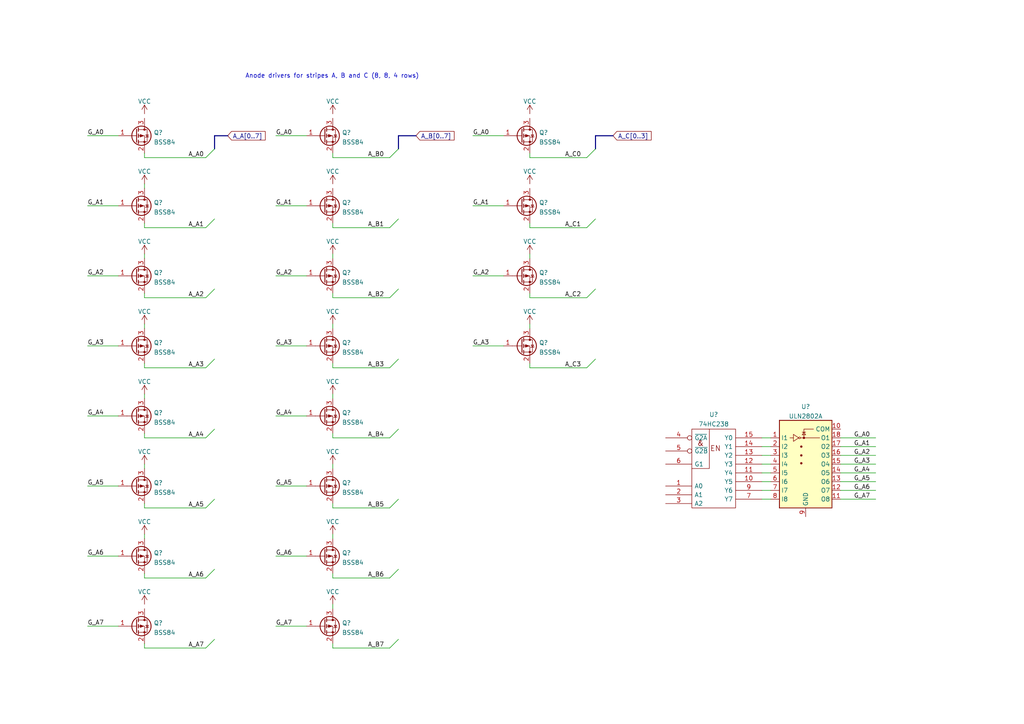
<source format=kicad_sch>
(kicad_sch (version 20210621) (generator eeschema)
  (paper "A4")
  (lib_symbols
    (symbol "74xx_IEEE:74HC238" (pin_names (offset 0.762))
      (property "Reference" "U" (at 3.81 8.89 0))
      (property "Value" "74HC238" (at 8.89 -16.51 0))
      (symbol "74HC238_0_0"
        (text "&" (at -3.81 3.556 0) (effects (font (size 1.524 1.524))))
        (text "EN" (at 0.508 2.032 0) (effects (font (size 1.524 1.524))))
        (pin power_in line (at 0 7.62 270) (length 0) hide (name "VCC") (number "16"))
      )
      (symbol "74HC238_0_1"
        (rectangle (start -6.35 7.62) (end 6.35 -15.24))
        (polyline (pts (xy -1.27 7.62) (xy -1.27 -3.81) (xy -6.35 -3.81) (xy -6.35 -3.81)))
      )
      (symbol "74HC238_1_1"
        (pin input line (at -13.97 -8.89 0) (length 7.62) (name "A0") (number "1"))
        (pin output line (at 13.97 -7.62 180) (length 7.62) (name "Y5") (number "10"))
        (pin output line (at 13.97 -5.08 180) (length 7.62) (name "Y4") (number "11"))
        (pin output line (at 13.97 -2.54 180) (length 7.62) (name "Y3") (number "12"))
        (pin output line (at 13.97 0 180) (length 7.62) (name "Y2") (number "13"))
        (pin output line (at 13.97 2.54 180) (length 7.62) (name "Y1") (number "14"))
        (pin output line (at 13.97 5.08 180) (length 7.62) (name "Y0") (number "15"))
        (pin input line (at -13.97 -11.43 0) (length 7.62) (name "A1") (number "2"))
        (pin input line (at -13.97 -13.97 0) (length 7.62) (name "A2") (number "3"))
        (pin input inverted (at -13.97 5.08 0) (length 7.62) (name "~{G2A}") (number "4"))
        (pin input inverted (at -13.97 1.27 0) (length 7.62) (name "~{G2B}") (number "5"))
        (pin input line (at -13.97 -2.54 0) (length 7.62) (name "G1") (number "6"))
        (pin output line (at 13.97 -12.7 180) (length 7.62) (name "Y7") (number "7"))
        (pin power_in line (at 0 -15.24 90) (length 0) hide (name "GND") (number "8"))
        (pin output line (at 13.97 -10.16 180) (length 7.62) (name "Y6") (number "9"))
      )
    )
    (symbol "Transistor_Array:ULN2802A"
      (property "Reference" "U" (at 0 13.335 0))
      (property "Value" "ULN2802A" (at 0 11.43 0))
      (symbol "ULN2802A_0_1"
        (circle (center -1.778 5.08) (radius 0.254))
        (circle (center -1.27 -2.286) (radius 0.254) (fill (type outline)))
        (circle (center -1.27 0) (radius 0.254) (fill (type outline)))
        (circle (center -1.27 2.54) (radius 0.254) (fill (type outline)))
        (circle (center -0.508 5.08) (radius 0.254) (fill (type outline)))
        (rectangle (start -7.62 -15.24) (end 7.62 10.16) (stroke (width 0.254)) (fill (type background)))
        (polyline (pts (xy -4.572 5.08) (xy -3.556 5.08)))
        (polyline (pts (xy -1.524 5.08) (xy 4.064 5.08)))
        (polyline (pts (xy 0 6.731) (xy -1.016 6.731)))
        (polyline (pts (xy -0.508 5.08) (xy -0.508 7.62) (xy 2.286 7.62)))
        (polyline (pts (xy -3.556 6.096) (xy -3.556 4.064) (xy -2.032 5.08) (xy -3.556 6.096)))
        (polyline (pts (xy 0 5.969) (xy -1.016 5.969) (xy -0.508 6.731) (xy 0 5.969)))
      )
      (symbol "ULN2802A_1_1"
        (pin input line (at -10.16 5.08 0) (length 2.54) (name "I1") (number "1"))
        (pin passive line (at 10.16 7.62 180) (length 2.54) (name "COM") (number "10"))
        (pin open_collector line (at 10.16 -12.7 180) (length 2.54) (name "O8") (number "11"))
        (pin open_collector line (at 10.16 -10.16 180) (length 2.54) (name "O7") (number "12"))
        (pin open_collector line (at 10.16 -7.62 180) (length 2.54) (name "O6") (number "13"))
        (pin open_collector line (at 10.16 -5.08 180) (length 2.54) (name "O5") (number "14"))
        (pin open_collector line (at 10.16 -2.54 180) (length 2.54) (name "O4") (number "15"))
        (pin open_collector line (at 10.16 0 180) (length 2.54) (name "O3") (number "16"))
        (pin open_collector line (at 10.16 2.54 180) (length 2.54) (name "O2") (number "17"))
        (pin open_collector line (at 10.16 5.08 180) (length 2.54) (name "O1") (number "18"))
        (pin input line (at -10.16 2.54 0) (length 2.54) (name "I2") (number "2"))
        (pin input line (at -10.16 0 0) (length 2.54) (name "I3") (number "3"))
        (pin input line (at -10.16 -2.54 0) (length 2.54) (name "I4") (number "4"))
        (pin input line (at -10.16 -5.08 0) (length 2.54) (name "I5") (number "5"))
        (pin input line (at -10.16 -7.62 0) (length 2.54) (name "I6") (number "6"))
        (pin input line (at -10.16 -10.16 0) (length 2.54) (name "I7") (number "7"))
        (pin input line (at -10.16 -12.7 0) (length 2.54) (name "I8") (number "8"))
        (pin power_in line (at 0 -17.78 90) (length 2.54) (name "GND") (number "9"))
      )
    )
    (symbol "Transistor_FET:BSS84" (pin_names hide)
      (property "Reference" "Q" (at 5.08 1.905 0))
      (property "Value" "BSS84" (at 5.08 0 0))
      (symbol "BSS84_0_1"
        (circle (center 1.651 0) (radius 2.794) (stroke (width 0.254)))
        (circle (center 2.54 -1.778) (radius 0.254) (fill (type outline)))
        (circle (center 2.54 1.778) (radius 0.254) (fill (type outline)))
        (polyline (pts (xy 0.254 0) (xy -2.54 0)))
        (polyline (pts (xy 0.254 1.905) (xy 0.254 -1.905)) (stroke (width 0.254)))
        (polyline (pts (xy 0.762 -1.27) (xy 0.762 -2.286)) (stroke (width 0.254)))
        (polyline (pts (xy 0.762 0.508) (xy 0.762 -0.508)) (stroke (width 0.254)))
        (polyline (pts (xy 0.762 2.286) (xy 0.762 1.27)) (stroke (width 0.254)))
        (polyline (pts (xy 2.54 2.54) (xy 2.54 1.778)))
        (polyline (pts (xy 2.54 -2.54) (xy 2.54 0) (xy 0.762 0)))
        (polyline (pts (xy 0.762 1.778) (xy 3.302 1.778) (xy 3.302 -1.778) (xy 0.762 -1.778)))
        (polyline (pts (xy 2.794 -0.508) (xy 2.921 -0.381) (xy 3.683 -0.381) (xy 3.81 -0.254)))
        (polyline (pts (xy 3.302 -0.381) (xy 2.921 0.254) (xy 3.683 0.254) (xy 3.302 -0.381)))
        (polyline (pts (xy 2.286 0) (xy 1.27 0.381) (xy 1.27 -0.381) (xy 2.286 0)) (fill (type outline)))
      )
      (symbol "BSS84_1_1"
        (pin input line (at -5.08 0 0) (length 2.54) (name "G") (number "1"))
        (pin passive line (at 2.54 -5.08 90) (length 2.54) (name "S") (number "2"))
        (pin passive line (at 2.54 5.08 270) (length 2.54) (name "D") (number "3"))
      )
    )
    (symbol "power:VCC" (power) (pin_names (offset 0))
      (property "Value" "VCC" (at 0 3.81 0))
      (symbol "VCC_0_1"
        (polyline (pts (xy -0.762 1.27) (xy 0 2.54)))
        (polyline (pts (xy 0 0) (xy 0 2.54)))
        (polyline (pts (xy 0 2.54) (xy 0.762 1.27)))
      )
      (symbol "VCC_1_1"
        (pin power_in line (at 0 0 90) (length 0) hide (name "VCC") (number "1"))
      )
    )
  )
  (bus_entry (at 59.69 187.96) (size 2.54 -2.54))
  (bus_entry (at 62.23 43.18) (size -2.54 2.54))
  (bus_entry (at 62.23 63.5) (size -2.54 2.54))
  (bus_entry (at 62.23 83.82) (size -2.54 2.54))
  (bus_entry (at 62.23 104.14) (size -2.54 2.54))
  (bus_entry (at 62.23 124.46) (size -2.54 2.54))
  (bus_entry (at 62.23 144.78) (size -2.54 2.54))
  (bus_entry (at 62.23 165.1) (size -2.54 2.54))
  (bus_entry (at 113.03 45.72) (size 2.54 -2.54))
  (bus_entry (at 115.57 63.5) (size -2.54 2.54))
  (bus_entry (at 115.57 83.82) (size -2.54 2.54))
  (bus_entry (at 115.57 104.14) (size -2.54 2.54))
  (bus_entry (at 115.57 124.46) (size -2.54 2.54))
  (bus_entry (at 115.57 144.78) (size -2.54 2.54))
  (bus_entry (at 115.57 165.1) (size -2.54 2.54))
  (bus_entry (at 115.57 185.42) (size -2.54 2.54))
  (bus_entry (at 170.18 45.72) (size 2.54 -2.54))
  (bus_entry (at 172.72 63.5) (size -2.54 2.54))
  (bus_entry (at 172.72 83.82) (size -2.54 2.54))
  (bus_entry (at 172.72 104.14) (size -2.54 2.54))
  (wire (pts (xy 25.4 39.37) (xy 34.29 39.37)))
  (wire (pts (xy 25.4 59.69) (xy 34.29 59.69)))
  (wire (pts (xy 25.4 80.01) (xy 34.29 80.01)))
  (wire (pts (xy 25.4 100.33) (xy 34.29 100.33)))
  (wire (pts (xy 25.4 120.65) (xy 34.29 120.65)))
  (wire (pts (xy 25.4 140.97) (xy 34.29 140.97)))
  (wire (pts (xy 25.4 161.29) (xy 34.29 161.29)))
  (wire (pts (xy 25.4 181.61) (xy 34.29 181.61)))
  (wire (pts (xy 41.91 44.45) (xy 41.91 45.72)))
  (wire (pts (xy 41.91 45.72) (xy 59.69 45.72)))
  (wire (pts (xy 41.91 53.34) (xy 41.91 54.61)))
  (wire (pts (xy 41.91 64.77) (xy 41.91 66.04)))
  (wire (pts (xy 41.91 66.04) (xy 59.69 66.04)))
  (wire (pts (xy 41.91 73.66) (xy 41.91 74.93)))
  (wire (pts (xy 41.91 85.09) (xy 41.91 86.36)))
  (wire (pts (xy 41.91 86.36) (xy 59.69 86.36)))
  (wire (pts (xy 41.91 93.98) (xy 41.91 95.25)))
  (wire (pts (xy 41.91 105.41) (xy 41.91 106.68)))
  (wire (pts (xy 41.91 106.68) (xy 59.69 106.68)))
  (wire (pts (xy 41.91 114.3) (xy 41.91 115.57)))
  (wire (pts (xy 41.91 125.73) (xy 41.91 127)))
  (wire (pts (xy 41.91 127) (xy 59.69 127)))
  (wire (pts (xy 41.91 134.62) (xy 41.91 135.89)))
  (wire (pts (xy 41.91 146.05) (xy 41.91 147.32)))
  (wire (pts (xy 41.91 147.32) (xy 59.69 147.32)))
  (wire (pts (xy 41.91 154.94) (xy 41.91 156.21)))
  (wire (pts (xy 41.91 166.37) (xy 41.91 167.64)))
  (wire (pts (xy 41.91 167.64) (xy 59.69 167.64)))
  (wire (pts (xy 41.91 186.69) (xy 41.91 187.96)))
  (wire (pts (xy 41.91 187.96) (xy 59.69 187.96)))
  (wire (pts (xy 80.01 39.37) (xy 88.9 39.37)))
  (wire (pts (xy 80.01 59.69) (xy 88.9 59.69)))
  (wire (pts (xy 80.01 80.01) (xy 88.9 80.01)))
  (wire (pts (xy 80.01 100.33) (xy 88.9 100.33)))
  (wire (pts (xy 80.01 120.65) (xy 88.9 120.65)))
  (wire (pts (xy 80.01 140.97) (xy 88.9 140.97)))
  (wire (pts (xy 80.01 161.29) (xy 88.9 161.29)))
  (wire (pts (xy 80.01 181.61) (xy 88.9 181.61)))
  (wire (pts (xy 96.52 44.45) (xy 96.52 45.72)))
  (wire (pts (xy 96.52 45.72) (xy 113.03 45.72)))
  (wire (pts (xy 96.52 64.77) (xy 96.52 66.04)))
  (wire (pts (xy 96.52 66.04) (xy 113.03 66.04)))
  (wire (pts (xy 96.52 73.66) (xy 96.52 74.93)))
  (wire (pts (xy 96.52 85.09) (xy 96.52 86.36)))
  (wire (pts (xy 96.52 86.36) (xy 113.03 86.36)))
  (wire (pts (xy 96.52 93.98) (xy 96.52 95.25)))
  (wire (pts (xy 96.52 105.41) (xy 96.52 106.68)))
  (wire (pts (xy 96.52 106.68) (xy 113.03 106.68)))
  (wire (pts (xy 96.52 114.3) (xy 96.52 115.57)))
  (wire (pts (xy 96.52 125.73) (xy 96.52 127)))
  (wire (pts (xy 96.52 127) (xy 113.03 127)))
  (wire (pts (xy 96.52 134.62) (xy 96.52 135.89)))
  (wire (pts (xy 96.52 146.05) (xy 96.52 147.32)))
  (wire (pts (xy 96.52 147.32) (xy 113.03 147.32)))
  (wire (pts (xy 96.52 154.94) (xy 96.52 156.21)))
  (wire (pts (xy 96.52 166.37) (xy 96.52 167.64)))
  (wire (pts (xy 96.52 167.64) (xy 113.03 167.64)))
  (wire (pts (xy 96.52 175.26) (xy 96.52 176.53)))
  (wire (pts (xy 96.52 186.69) (xy 96.52 187.96)))
  (wire (pts (xy 96.52 187.96) (xy 113.03 187.96)))
  (wire (pts (xy 137.16 39.37) (xy 146.05 39.37)))
  (wire (pts (xy 137.16 59.69) (xy 146.05 59.69)))
  (wire (pts (xy 137.16 80.01) (xy 146.05 80.01)))
  (wire (pts (xy 137.16 100.33) (xy 146.05 100.33)))
  (wire (pts (xy 153.67 44.45) (xy 153.67 45.72)))
  (wire (pts (xy 153.67 45.72) (xy 170.18 45.72)))
  (wire (pts (xy 153.67 64.77) (xy 153.67 66.04)))
  (wire (pts (xy 153.67 66.04) (xy 170.18 66.04)))
  (wire (pts (xy 153.67 73.66) (xy 153.67 74.93)))
  (wire (pts (xy 153.67 85.09) (xy 153.67 86.36)))
  (wire (pts (xy 153.67 86.36) (xy 170.18 86.36)))
  (wire (pts (xy 153.67 93.98) (xy 153.67 95.25)))
  (wire (pts (xy 153.67 105.41) (xy 153.67 106.68)))
  (wire (pts (xy 153.67 106.68) (xy 170.18 106.68)))
  (wire (pts (xy 220.98 127) (xy 223.52 127)))
  (wire (pts (xy 220.98 129.54) (xy 223.52 129.54)))
  (wire (pts (xy 220.98 132.08) (xy 223.52 132.08)))
  (wire (pts (xy 220.98 134.62) (xy 223.52 134.62)))
  (wire (pts (xy 220.98 137.16) (xy 223.52 137.16)))
  (wire (pts (xy 220.98 139.7) (xy 223.52 139.7)))
  (wire (pts (xy 220.98 142.24) (xy 223.52 142.24)))
  (wire (pts (xy 220.98 144.78) (xy 223.52 144.78)))
  (wire (pts (xy 243.84 127) (xy 254 127)))
  (wire (pts (xy 243.84 129.54) (xy 254 129.54)))
  (wire (pts (xy 243.84 132.08) (xy 254 132.08)))
  (wire (pts (xy 243.84 134.62) (xy 254 134.62)))
  (wire (pts (xy 243.84 137.16) (xy 254 137.16)))
  (wire (pts (xy 243.84 139.7) (xy 254 139.7)))
  (wire (pts (xy 243.84 142.24) (xy 254 142.24)))
  (wire (pts (xy 243.84 144.78) (xy 254 144.78)))
  (bus (pts (xy 62.23 39.37) (xy 62.23 189.23)))
  (bus (pts (xy 66.04 39.37) (xy 62.23 39.37)))
  (bus (pts (xy 115.57 39.37) (xy 115.57 189.23)))
  (bus (pts (xy 115.57 39.37) (xy 120.65 39.37)))
  (bus (pts (xy 172.72 39.37) (xy 172.72 105.41)))
  (bus (pts (xy 172.72 39.37) (xy 177.8 39.37)))
  (text "Anode drivers for stripes A, B and C (8, 8, 4 rows)" (at 71.12 22.86 0) (effects (font (size 1.27 1.27)) (justify left bottom)))
  (label "G_A0" (at 25.4 39.37 0))
  (label "G_A1" (at 25.4 59.69 0))
  (label "G_A2" (at 25.4 80.01 0))
  (label "G_A3" (at 25.4 100.33 0))
  (label "G_A4" (at 25.4 120.65 0))
  (label "G_A5" (at 25.4 140.97 0))
  (label "G_A6" (at 25.4 161.29 0))
  (label "G_A7" (at 25.4 181.61 0))
  (label "A_A0" (at 54.61 45.72 0))
  (label "A_A1" (at 54.61 66.04 0))
  (label "A_A2" (at 54.61 86.36 0))
  (label "A_A3" (at 54.61 106.68 0))
  (label "A_A4" (at 54.61 127 0))
  (label "A_A5" (at 54.61 147.32 0))
  (label "A_A6" (at 54.61 167.64 0))
  (label "A_A7" (at 54.61 187.96 0))
  (label "G_A0" (at 80.01 39.37 0))
  (label "G_A1" (at 80.01 59.69 0))
  (label "G_A2" (at 80.01 80.01 0))
  (label "G_A3" (at 80.01 100.33 0))
  (label "G_A4" (at 80.01 120.65 0))
  (label "G_A5" (at 80.01 140.97 0))
  (label "G_A6" (at 80.01 161.29 0))
  (label "G_A7" (at 80.01 181.61 0))
  (label "A_B0" (at 106.68 45.72 0))
  (label "A_B1" (at 106.68 66.04 0))
  (label "A_B2" (at 106.68 86.36 0))
  (label "A_B3" (at 106.68 106.68 0))
  (label "A_B4" (at 106.68 127 0))
  (label "A_B5" (at 106.68 147.32 0))
  (label "A_B6" (at 106.68 167.64 0))
  (label "A_B7" (at 106.68 187.96 0))
  (label "G_A0" (at 137.16 39.37 0))
  (label "G_A1" (at 137.16 59.69 0))
  (label "G_A2" (at 137.16 80.01 0))
  (label "G_A3" (at 137.16 100.33 0))
  (label "A_C0" (at 163.83 45.72 0))
  (label "A_C1" (at 163.83 66.04 0))
  (label "A_C2" (at 163.83 86.36 0))
  (label "A_C3" (at 163.83 106.68 0))
  (label "G_A0" (at 247.65 127 0))
  (label "G_A1" (at 247.65 129.54 0))
  (label "G_A2" (at 247.65 132.08 0))
  (label "G_A3" (at 247.65 134.62 0))
  (label "G_A4" (at 247.65 137.16 0))
  (label "G_A5" (at 247.65 139.7 0))
  (label "G_A6" (at 247.65 142.24 0))
  (label "G_A7" (at 247.65 144.78 0))
  (global_label "A_A[0..7]" (shape input) (at 66.04 39.37 0) (property "Intersheet References" "${INTERSHEET_REFS}" (effects hide)))
  (global_label "A_B[0..7]" (shape input) (at 120.65 39.37 0) (property "Intersheet References" "${INTERSHEET_REFS}" (effects hide)))
  (global_label "A_C[0..3]" (shape input) (at 177.8 39.37 0) (property "Intersheet References" "${INTERSHEET_REFS}" (effects hide)))
  (symbol (lib_id "power:VCC") (at 41.91 33.02 0) (unit 1)
    (property "Reference" "#PWR?" (effects hide))
    (property "Value" "VCC" (at 41.91 29.4154 0))
  )
  (symbol (lib_id "power:VCC") (at 41.91 53.34 0) (unit 1)
    (property "Reference" "#PWR?" (effects hide))
    (property "Value" "VCC" (at 41.91 49.7354 0))
  )
  (symbol (lib_id "power:VCC") (at 41.91 73.66 0) (unit 1)
    (property "Reference" "#PWR?" (effects hide))
    (property "Value" "VCC" (at 41.91 70.0554 0))
  )
  (symbol (lib_id "power:VCC") (at 41.91 93.98 0) (unit 1)
    (property "Reference" "#PWR?" (effects hide))
    (property "Value" "VCC" (at 41.91 90.3754 0))
  )
  (symbol (lib_id "power:VCC") (at 41.91 114.3 0) (unit 1)
    (property "Reference" "#PWR?" (effects hide))
    (property "Value" "VCC" (at 41.91 110.6954 0))
  )
  (symbol (lib_id "power:VCC") (at 41.91 134.62 0) (unit 1)
    (property "Reference" "#PWR?" (effects hide))
    (property "Value" "VCC" (at 41.91 131.0154 0))
  )
  (symbol (lib_id "power:VCC") (at 41.91 154.94 0) (unit 1)
    (property "Reference" "#PWR?" (effects hide))
    (property "Value" "VCC" (at 41.91 151.3354 0))
  )
  (symbol (lib_id "power:VCC") (at 41.91 175.26 0) (unit 1)
    (property "Reference" "#PWR?" (effects hide))
    (property "Value" "VCC" (at 41.91 171.6554 0))
  )
  (symbol (lib_id "power:VCC") (at 96.52 33.02 0) (unit 1)
    (property "Reference" "#PWR?" (effects hide))
    (property "Value" "VCC" (at 96.52 29.4154 0))
  )
  (symbol (lib_id "power:VCC") (at 96.52 53.34 0) (unit 1)
    (property "Reference" "#PWR?" (effects hide))
    (property "Value" "VCC" (at 96.52 49.7354 0))
  )
  (symbol (lib_id "power:VCC") (at 96.52 73.66 0) (unit 1)
    (property "Reference" "#PWR?" (effects hide))
    (property "Value" "VCC" (at 96.52 70.0554 0))
  )
  (symbol (lib_id "power:VCC") (at 96.52 93.98 0) (unit 1)
    (property "Reference" "#PWR?" (effects hide))
    (property "Value" "VCC" (at 96.52 90.3754 0))
  )
  (symbol (lib_id "power:VCC") (at 96.52 114.3 0) (unit 1)
    (property "Reference" "#PWR?" (effects hide))
    (property "Value" "VCC" (at 96.52 110.6954 0))
  )
  (symbol (lib_id "power:VCC") (at 96.52 134.62 0) (unit 1)
    (property "Reference" "#PWR?" (effects hide))
    (property "Value" "VCC" (at 96.52 131.0154 0))
  )
  (symbol (lib_id "power:VCC") (at 96.52 154.94 0) (unit 1)
    (property "Reference" "#PWR?" (effects hide))
    (property "Value" "VCC" (at 96.52 151.3354 0))
  )
  (symbol (lib_id "power:VCC") (at 96.52 175.26 0) (unit 1)
    (property "Reference" "#PWR?" (effects hide))
    (property "Value" "VCC" (at 96.52 171.6554 0))
  )
  (symbol (lib_id "power:VCC") (at 153.67 33.02 0) (unit 1)
    (property "Reference" "#PWR?" (effects hide))
    (property "Value" "VCC" (at 153.67 29.4154 0))
  )
  (symbol (lib_id "power:VCC") (at 153.67 53.34 0) (unit 1)
    (property "Reference" "#PWR?" (effects hide))
    (property "Value" "VCC" (at 153.67 49.7354 0))
  )
  (symbol (lib_id "power:VCC") (at 153.67 73.66 0) (unit 1)
    (property "Reference" "#PWR?" (effects hide))
    (property "Value" "VCC" (at 153.67 70.0554 0))
  )
  (symbol (lib_id "power:VCC") (at 153.67 93.98 0) (unit 1)
    (property "Reference" "#PWR?" (effects hide))
    (property "Value" "VCC" (at 153.67 90.3754 0))
  )
  (symbol (lib_id "Transistor_FET:BSS84") (at 39.37 39.37 0) (unit 1)
    (property "Reference" "Q?" (at 44.5771 38.4615 0) (effects (justify left)))
    (property "Value" "BSS84" (at 44.5771 41.2366 0) (effects (justify left)))
    (property "Footprint" "Package_TO_SOT_SMD:SOT-23" (effects hide))
    (property "Datasheet" "http://assets.nexperia.com/documents/data-sheet/BSS84.pdf" (effects hide))
  )
  (symbol (lib_id "Transistor_FET:BSS84") (at 39.37 59.69 0) (unit 1)
    (property "Reference" "Q?" (at 44.5771 58.7815 0) (effects (justify left)))
    (property "Value" "BSS84" (at 44.5771 61.5566 0) (effects (justify left)))
    (property "Footprint" "Package_TO_SOT_SMD:SOT-23" (effects hide))
    (property "Datasheet" "http://assets.nexperia.com/documents/data-sheet/BSS84.pdf" (effects hide))
  )
  (symbol (lib_id "Transistor_FET:BSS84") (at 39.37 80.01 0) (unit 1)
    (property "Reference" "Q?" (at 44.5771 79.1015 0) (effects (justify left)))
    (property "Value" "BSS84" (at 44.5771 81.8766 0) (effects (justify left)))
    (property "Footprint" "Package_TO_SOT_SMD:SOT-23" (effects hide))
    (property "Datasheet" "http://assets.nexperia.com/documents/data-sheet/BSS84.pdf" (effects hide))
  )
  (symbol (lib_id "Transistor_FET:BSS84") (at 39.37 100.33 0) (unit 1)
    (property "Reference" "Q?" (at 44.5771 99.4215 0) (effects (justify left)))
    (property "Value" "BSS84" (at 44.5771 102.1966 0) (effects (justify left)))
    (property "Footprint" "Package_TO_SOT_SMD:SOT-23" (effects hide))
    (property "Datasheet" "http://assets.nexperia.com/documents/data-sheet/BSS84.pdf" (effects hide))
  )
  (symbol (lib_id "Transistor_FET:BSS84") (at 39.37 120.65 0) (unit 1)
    (property "Reference" "Q?" (at 44.5771 119.7415 0) (effects (justify left)))
    (property "Value" "BSS84" (at 44.5771 122.5166 0) (effects (justify left)))
    (property "Footprint" "Package_TO_SOT_SMD:SOT-23" (effects hide))
    (property "Datasheet" "http://assets.nexperia.com/documents/data-sheet/BSS84.pdf" (effects hide))
  )
  (symbol (lib_id "Transistor_FET:BSS84") (at 39.37 140.97 0) (unit 1)
    (property "Reference" "Q?" (at 44.5771 140.0615 0) (effects (justify left)))
    (property "Value" "BSS84" (at 44.5771 142.8366 0) (effects (justify left)))
    (property "Footprint" "Package_TO_SOT_SMD:SOT-23" (effects hide))
    (property "Datasheet" "http://assets.nexperia.com/documents/data-sheet/BSS84.pdf" (effects hide))
  )
  (symbol (lib_id "Transistor_FET:BSS84") (at 39.37 161.29 0) (unit 1)
    (property "Reference" "Q?" (at 44.5771 160.3815 0) (effects (justify left)))
    (property "Value" "BSS84" (at 44.5771 163.1566 0) (effects (justify left)))
    (property "Footprint" "Package_TO_SOT_SMD:SOT-23" (effects hide))
    (property "Datasheet" "http://assets.nexperia.com/documents/data-sheet/BSS84.pdf" (effects hide))
  )
  (symbol (lib_id "Transistor_FET:BSS84") (at 39.37 181.61 0) (unit 1)
    (property "Reference" "Q?" (at 44.5771 180.7015 0) (effects (justify left)))
    (property "Value" "BSS84" (at 44.5771 183.4766 0) (effects (justify left)))
    (property "Footprint" "Package_TO_SOT_SMD:SOT-23" (effects hide))
    (property "Datasheet" "http://assets.nexperia.com/documents/data-sheet/BSS84.pdf" (effects hide))
  )
  (symbol (lib_id "Transistor_FET:BSS84") (at 93.98 39.37 0) (unit 1)
    (property "Reference" "Q?" (at 99.1871 38.4615 0) (effects (justify left)))
    (property "Value" "BSS84" (at 99.1871 41.2366 0) (effects (justify left)))
    (property "Footprint" "Package_TO_SOT_SMD:SOT-23" (effects hide))
    (property "Datasheet" "http://assets.nexperia.com/documents/data-sheet/BSS84.pdf" (effects hide))
  )
  (symbol (lib_id "Transistor_FET:BSS84") (at 93.98 59.69 0) (unit 1)
    (property "Reference" "Q?" (at 99.1871 58.7815 0) (effects (justify left)))
    (property "Value" "BSS84" (at 99.1871 61.5566 0) (effects (justify left)))
    (property "Footprint" "Package_TO_SOT_SMD:SOT-23" (effects hide))
    (property "Datasheet" "http://assets.nexperia.com/documents/data-sheet/BSS84.pdf" (effects hide))
  )
  (symbol (lib_id "Transistor_FET:BSS84") (at 93.98 80.01 0) (unit 1)
    (property "Reference" "Q?" (at 99.1871 79.1015 0) (effects (justify left)))
    (property "Value" "BSS84" (at 99.1871 81.8766 0) (effects (justify left)))
    (property "Footprint" "Package_TO_SOT_SMD:SOT-23" (effects hide))
    (property "Datasheet" "http://assets.nexperia.com/documents/data-sheet/BSS84.pdf" (effects hide))
  )
  (symbol (lib_id "Transistor_FET:BSS84") (at 93.98 100.33 0) (unit 1)
    (property "Reference" "Q?" (at 99.1871 99.4215 0) (effects (justify left)))
    (property "Value" "BSS84" (at 99.1871 102.1966 0) (effects (justify left)))
    (property "Footprint" "Package_TO_SOT_SMD:SOT-23" (effects hide))
    (property "Datasheet" "http://assets.nexperia.com/documents/data-sheet/BSS84.pdf" (effects hide))
  )
  (symbol (lib_id "Transistor_FET:BSS84") (at 93.98 120.65 0) (unit 1)
    (property "Reference" "Q?" (at 99.1871 119.7415 0) (effects (justify left)))
    (property "Value" "BSS84" (at 99.1871 122.5166 0) (effects (justify left)))
    (property "Footprint" "Package_TO_SOT_SMD:SOT-23" (effects hide))
    (property "Datasheet" "http://assets.nexperia.com/documents/data-sheet/BSS84.pdf" (effects hide))
  )
  (symbol (lib_id "Transistor_FET:BSS84") (at 93.98 140.97 0) (unit 1)
    (property "Reference" "Q?" (at 99.1871 140.0615 0) (effects (justify left)))
    (property "Value" "BSS84" (at 99.1871 142.8366 0) (effects (justify left)))
    (property "Footprint" "Package_TO_SOT_SMD:SOT-23" (effects hide))
    (property "Datasheet" "http://assets.nexperia.com/documents/data-sheet/BSS84.pdf" (effects hide))
  )
  (symbol (lib_id "Transistor_FET:BSS84") (at 93.98 161.29 0) (unit 1)
    (property "Reference" "Q?" (at 99.1871 160.3815 0) (effects (justify left)))
    (property "Value" "BSS84" (at 99.1871 163.1566 0) (effects (justify left)))
    (property "Footprint" "Package_TO_SOT_SMD:SOT-23" (effects hide))
    (property "Datasheet" "http://assets.nexperia.com/documents/data-sheet/BSS84.pdf" (effects hide))
  )
  (symbol (lib_id "Transistor_FET:BSS84") (at 93.98 181.61 0) (unit 1)
    (property "Reference" "Q?" (at 99.1871 180.7015 0) (effects (justify left)))
    (property "Value" "BSS84" (at 99.1871 183.4766 0) (effects (justify left)))
    (property "Footprint" "Package_TO_SOT_SMD:SOT-23" (effects hide))
    (property "Datasheet" "http://assets.nexperia.com/documents/data-sheet/BSS84.pdf" (effects hide))
  )
  (symbol (lib_id "Transistor_FET:BSS84") (at 151.13 39.37 0) (unit 1)
    (property "Reference" "Q?" (at 156.3371 38.4615 0) (effects (justify left)))
    (property "Value" "BSS84" (at 156.3371 41.2366 0) (effects (justify left)))
    (property "Footprint" "Package_TO_SOT_SMD:SOT-23" (effects hide))
    (property "Datasheet" "http://assets.nexperia.com/documents/data-sheet/BSS84.pdf" (effects hide))
  )
  (symbol (lib_id "Transistor_FET:BSS84") (at 151.13 59.69 0) (unit 1)
    (property "Reference" "Q?" (at 156.3371 58.7815 0) (effects (justify left)))
    (property "Value" "BSS84" (at 156.3371 61.5566 0) (effects (justify left)))
    (property "Footprint" "Package_TO_SOT_SMD:SOT-23" (effects hide))
    (property "Datasheet" "http://assets.nexperia.com/documents/data-sheet/BSS84.pdf" (effects hide))
  )
  (symbol (lib_id "Transistor_FET:BSS84") (at 151.13 80.01 0) (unit 1)
    (property "Reference" "Q?" (at 156.3371 79.1015 0) (effects (justify left)))
    (property "Value" "BSS84" (at 156.3371 81.8766 0) (effects (justify left)))
    (property "Footprint" "Package_TO_SOT_SMD:SOT-23" (effects hide))
    (property "Datasheet" "http://assets.nexperia.com/documents/data-sheet/BSS84.pdf" (effects hide))
  )
  (symbol (lib_id "Transistor_FET:BSS84") (at 151.13 100.33 0) (unit 1)
    (property "Reference" "Q?" (at 156.3371 99.4215 0) (effects (justify left)))
    (property "Value" "BSS84" (at 156.3371 102.1966 0) (effects (justify left)))
    (property "Footprint" "Package_TO_SOT_SMD:SOT-23" (effects hide))
    (property "Datasheet" "http://assets.nexperia.com/documents/data-sheet/BSS84.pdf" (effects hide))
  )
  (symbol (lib_id "Transistor_Array:ULN2802A") (at 233.68 132.08 0) (unit 1)
    (property "Reference" "U?" (at 233.68 117.9534 0))
    (property "Value" "ULN2802A" (at 233.68 120.7285 0))
    (property "Datasheet" "http://www.promelec.ru/pdf/1536.pdf" (effects hide))
  )
  (symbol (lib_id "74xx_IEEE:74HC238") (at 207.01 132.08 0) (unit 1)
    (property "Reference" "U?" (at 207.01 120.2394 0))
    (property "Value" "74HC238" (at 207.01 123.0145 0))
  )
)
</source>
